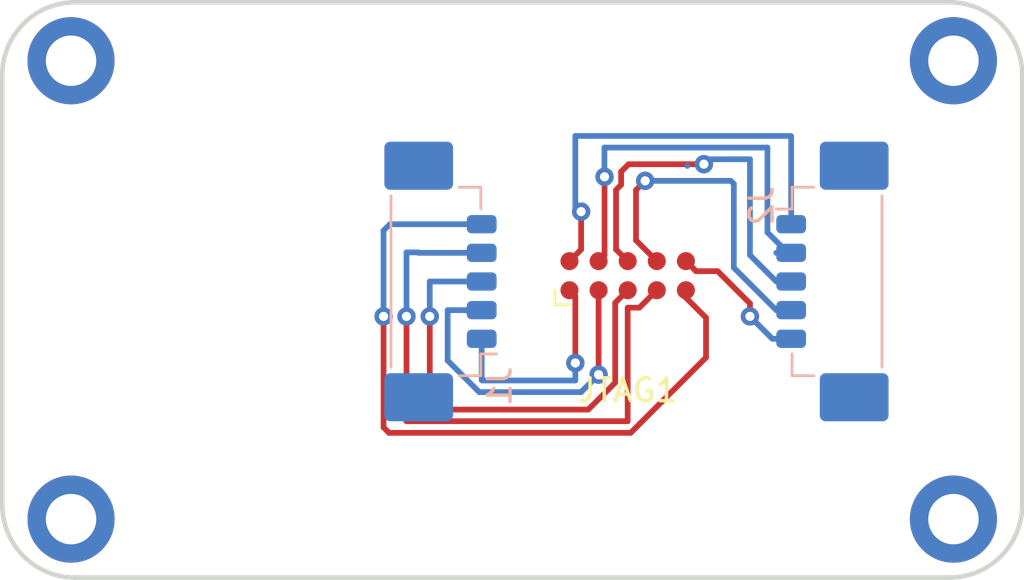
<source format=kicad_pcb>
(kicad_pcb (version 20171130) (host pcbnew "(5.1.12)-1")

  (general
    (thickness 1.6)
    (drawings 22)
    (tracks 99)
    (zones 0)
    (modules 7)
    (nets 11)
  )

  (page A4)
  (layers
    (0 F.Cu signal)
    (31 B.Cu signal)
    (32 B.Adhes user)
    (33 F.Adhes user)
    (34 B.Paste user)
    (35 F.Paste user)
    (36 B.SilkS user)
    (37 F.SilkS user)
    (38 B.Mask user)
    (39 F.Mask user)
    (40 Dwgs.User user)
    (41 Cmts.User user hide)
    (42 Eco1.User user)
    (43 Eco2.User user)
    (44 Edge.Cuts user)
    (45 Margin user)
    (46 B.CrtYd user)
    (47 F.CrtYd user)
    (48 B.Fab user hide)
    (49 F.Fab user hide)
  )

  (setup
    (last_trace_width 0.25)
    (trace_clearance 0.2)
    (zone_clearance 0.508)
    (zone_45_only no)
    (trace_min 0.2)
    (via_size 0.8)
    (via_drill 0.4)
    (via_min_size 0.4)
    (via_min_drill 0.3)
    (uvia_size 0.3)
    (uvia_drill 0.1)
    (uvias_allowed no)
    (uvia_min_size 0.2)
    (uvia_min_drill 0.1)
    (edge_width 0.05)
    (segment_width 0.2)
    (pcb_text_width 0.3)
    (pcb_text_size 1.5 1.5)
    (mod_edge_width 0.12)
    (mod_text_size 1 1)
    (mod_text_width 0.15)
    (pad_size 3.8 3.8)
    (pad_drill 0)
    (pad_to_mask_clearance 0)
    (aux_axis_origin 0 0)
    (visible_elements 7FFFFFFF)
    (pcbplotparams
      (layerselection 0x010fc_ffffffff)
      (usegerberextensions false)
      (usegerberattributes true)
      (usegerberadvancedattributes true)
      (creategerberjobfile true)
      (excludeedgelayer true)
      (linewidth 0.100000)
      (plotframeref false)
      (viasonmask false)
      (mode 1)
      (useauxorigin false)
      (hpglpennumber 1)
      (hpglpenspeed 20)
      (hpglpendiameter 15.000000)
      (psnegative false)
      (psa4output false)
      (plotreference true)
      (plotvalue true)
      (plotinvisibletext false)
      (padsonsilk false)
      (subtractmaskfromsilk false)
      (outputformat 1)
      (mirror false)
      (drillshape 0)
      (scaleselection 1)
      (outputdirectory "gerbers/"))
  )

  (net 0 "")
  (net 1 +3V3)
  (net 2 TDO-TDI)
  (net 3 TESTVPP)
  (net 4 TCK)
  (net 5 Rx)
  (net 6 GND)
  (net 7 Tx)
  (net 8 "Net-(J2-Pad1)")
  (net 9 "Net-(J2-Pad2)")
  (net 10 "Net-(J2-Pad3)")

  (net_class Default "This is the default net class."
    (clearance 0.2)
    (trace_width 0.25)
    (via_dia 0.8)
    (via_drill 0.4)
    (uvia_dia 0.3)
    (uvia_drill 0.1)
    (add_net +3V3)
    (add_net GND)
    (add_net "Net-(J2-Pad1)")
    (add_net "Net-(J2-Pad2)")
    (add_net "Net-(J2-Pad3)")
    (add_net Rx)
    (add_net TCK)
    (add_net TDO-TDI)
    (add_net TESTVPP)
    (add_net Tx)
  )

  (module MountingHole:MountingHole_2.2mm_M2_DIN965_Pad_TopBottom (layer F.Cu) (tedit 56D1B4CB) (tstamp 6447590D)
    (at 136.88568 57.56144)
    (descr "Mounting Hole 2.2mm, M2, DIN965")
    (tags "mounting hole 2.2mm m2 din965")
    (attr virtual)
    (fp_text reference "" (at 0 -2.9) (layer F.SilkS) hide
      (effects (font (size 1 1) (thickness 0.15)))
    )
    (fp_text value MountingHole_2.2mm_M2_DIN965_Pad_TopBottom (at 0 2.9) (layer F.Fab)
      (effects (font (size 1 1) (thickness 0.15)))
    )
    (fp_circle (center 0 0) (end 2.15 0) (layer F.CrtYd) (width 0.05))
    (fp_circle (center 0 0) (end 1.9 0) (layer Cmts.User) (width 0.15))
    (fp_text user %R (at 0.3 0) (layer F.Fab)
      (effects (font (size 1 1) (thickness 0.15)))
    )
    (pad 1 connect circle (at 0 0) (size 3.8 3.8) (layers B.Cu B.Mask))
    (pad 1 connect circle (at 0 0) (size 3.8 3.8) (layers F.Cu F.Mask))
    (pad 1 thru_hole circle (at 0 0) (size 2.6 2.6) (drill 2.2) (layers *.Cu *.Mask))
  )

  (module MountingHole:MountingHole_2.2mm_M2_DIN965_Pad_TopBottom (layer F.Cu) (tedit 56D1B4CB) (tstamp 6447590D)
    (at 175.385679 77.56144)
    (descr "Mounting Hole 2.2mm, M2, DIN965")
    (tags "mounting hole 2.2mm m2 din965")
    (attr virtual)
    (fp_text reference REF** (at 0 -2.9) (layer F.SilkS) hide
      (effects (font (size 1 1) (thickness 0.15)))
    )
    (fp_text value MountingHole_2.2mm_M2_DIN965_Pad_TopBottom (at 0 2.9) (layer F.Fab)
      (effects (font (size 1 1) (thickness 0.15)))
    )
    (fp_circle (center 0 0) (end 2.15 0) (layer F.CrtYd) (width 0.05))
    (fp_circle (center 0 0) (end 1.9 0) (layer Cmts.User) (width 0.15))
    (fp_text user %R (at 0.3 0) (layer F.Fab)
      (effects (font (size 1 1) (thickness 0.15)))
    )
    (pad 1 connect circle (at 0 0) (size 3.8 3.8) (layers B.Cu B.Mask))
    (pad 1 connect circle (at 0 0) (size 3.8 3.8) (layers F.Cu F.Mask))
    (pad 1 thru_hole circle (at 0 0) (size 2.6 2.6) (drill 2.2) (layers *.Cu *.Mask))
  )

  (module MountingHole:MountingHole_2.2mm_M2_DIN965_Pad_TopBottom (layer F.Cu) (tedit 56D1B4CB) (tstamp 6447590D)
    (at 175.385679 57.56144)
    (descr "Mounting Hole 2.2mm, M2, DIN965")
    (tags "mounting hole 2.2mm m2 din965")
    (attr virtual)
    (fp_text reference REF** (at 0 -2.9) (layer F.SilkS) hide
      (effects (font (size 1 1) (thickness 0.15)))
    )
    (fp_text value MountingHole_2.2mm_M2_DIN965_Pad_TopBottom (at 0 2.9) (layer F.Fab)
      (effects (font (size 1 1) (thickness 0.15)))
    )
    (fp_circle (center 0 0) (end 2.15 0) (layer F.CrtYd) (width 0.05))
    (fp_circle (center 0 0) (end 1.9 0) (layer Cmts.User) (width 0.15))
    (fp_text user %R (at 0.3 0) (layer F.Fab)
      (effects (font (size 1 1) (thickness 0.15)))
    )
    (pad 1 connect circle (at 0 0) (size 3.8 3.8) (layers B.Cu B.Mask))
    (pad 1 connect circle (at 0 0) (size 3.8 3.8) (layers F.Cu F.Mask))
    (pad 1 thru_hole circle (at 0 0) (size 2.6 2.6) (drill 2.2) (layers *.Cu *.Mask))
  )

  (module MountingHole:MountingHole_2.2mm_M2_DIN965_Pad_TopBottom (layer F.Cu) (tedit 56D1B4CB) (tstamp 64073F58)
    (at 136.88568 77.56144)
    (descr "Mounting Hole 2.2mm, M2, DIN965")
    (tags "mounting hole 2.2mm m2 din965")
    (attr virtual)
    (fp_text reference REF** (at 0 -2.9) (layer F.SilkS) hide
      (effects (font (size 1 1) (thickness 0.15)))
    )
    (fp_text value MountingHole_2.2mm_M2_DIN965_Pad_TopBottom (at 0 2.9) (layer F.Fab)
      (effects (font (size 1 1) (thickness 0.15)))
    )
    (fp_circle (center 0 0) (end 2.15 0) (layer F.CrtYd) (width 0.05))
    (fp_circle (center 0 0) (end 1.9 0) (layer Cmts.User) (width 0.15))
    (fp_text user %R (at 0.3 0) (layer F.Fab)
      (effects (font (size 1 1) (thickness 0.15)))
    )
    (pad 1 thru_hole circle (at 0 0) (size 2.6 2.6) (drill 2.2) (layers *.Cu *.Mask))
    (pad 1 connect circle (at 0 0) (size 3.8 3.8) (layers F.Cu F.Mask))
    (pad 1 connect circle (at 0 0) (size 3.8 3.8) (layers B.Cu B.Mask))
  )

  (module Connector_Molex:Molex_PicoBlade_53398-0571_1x05-1MP_P1.25mm_Vertical (layer B.Cu) (tedit 5B78AD88) (tstamp 64474E5A)
    (at 169.55516 67.19316 270)
    (descr "Molex PicoBlade series connector, 53398-0571 (http://www.molex.com/pdm_docs/sd/533980271_sd.pdf), generated with kicad-footprint-generator")
    (tags "connector Molex PicoBlade side entry")
    (path /642242F1)
    (attr smd)
    (fp_text reference J2 (at -3.302 2.54 270) (layer B.SilkS)
      (effects (font (size 1 1) (thickness 0.15)) (justify mirror))
    )
    (fp_text value Conn_01x05_Male (at 0 -4.2 270) (layer B.Fab)
      (effects (font (size 1 1) (thickness 0.15)) (justify mirror))
    )
    (fp_line (start -2.5 0.392893) (end -2 1.1) (layer B.Fab) (width 0.1))
    (fp_line (start -3 1.1) (end -2.5 0.392893) (layer B.Fab) (width 0.1))
    (fp_line (start 6.6 2.4) (end -6.6 2.4) (layer B.CrtYd) (width 0.05))
    (fp_line (start 6.6 -3.5) (end 6.6 2.4) (layer B.CrtYd) (width 0.05))
    (fp_line (start -6.6 -3.5) (end 6.6 -3.5) (layer B.CrtYd) (width 0.05))
    (fp_line (start -6.6 2.4) (end -6.6 -3.5) (layer B.CrtYd) (width 0.05))
    (fp_line (start 5.5 0.2) (end 4 0.2) (layer B.Fab) (width 0.1))
    (fp_line (start 5.5 -0.4) (end 5.5 0.2) (layer B.Fab) (width 0.1))
    (fp_line (start 5.7 -0.6) (end 5.5 -0.4) (layer B.Fab) (width 0.1))
    (fp_line (start 5.7 -2.4) (end 5.7 -0.6) (layer B.Fab) (width 0.1))
    (fp_line (start 5.5 -2.6) (end 5.7 -2.4) (layer B.Fab) (width 0.1))
    (fp_line (start 4 -2.6) (end 5.5 -2.6) (layer B.Fab) (width 0.1))
    (fp_line (start -5.5 0.2) (end -4 0.2) (layer B.Fab) (width 0.1))
    (fp_line (start -5.5 -0.4) (end -5.5 0.2) (layer B.Fab) (width 0.1))
    (fp_line (start -5.7 -0.6) (end -5.5 -0.4) (layer B.Fab) (width 0.1))
    (fp_line (start -5.7 -2.4) (end -5.7 -0.6) (layer B.Fab) (width 0.1))
    (fp_line (start -5.5 -2.6) (end -5.7 -2.4) (layer B.Fab) (width 0.1))
    (fp_line (start -4 -2.6) (end -5.5 -2.6) (layer B.Fab) (width 0.1))
    (fp_line (start 2.65 -1.225) (end 2.35 -1.225) (layer B.Fab) (width 0.1))
    (fp_line (start 2.65 -1.825) (end 2.65 -1.225) (layer B.Fab) (width 0.1))
    (fp_line (start 2.35 -1.825) (end 2.65 -1.825) (layer B.Fab) (width 0.1))
    (fp_line (start 2.35 -1.225) (end 2.35 -1.825) (layer B.Fab) (width 0.1))
    (fp_line (start 1.4 -1.225) (end 1.1 -1.225) (layer B.Fab) (width 0.1))
    (fp_line (start 1.4 -1.825) (end 1.4 -1.225) (layer B.Fab) (width 0.1))
    (fp_line (start 1.1 -1.825) (end 1.4 -1.825) (layer B.Fab) (width 0.1))
    (fp_line (start 1.1 -1.225) (end 1.1 -1.825) (layer B.Fab) (width 0.1))
    (fp_line (start 0.15 -1.225) (end -0.15 -1.225) (layer B.Fab) (width 0.1))
    (fp_line (start 0.15 -1.825) (end 0.15 -1.225) (layer B.Fab) (width 0.1))
    (fp_line (start -0.15 -1.825) (end 0.15 -1.825) (layer B.Fab) (width 0.1))
    (fp_line (start -0.15 -1.225) (end -0.15 -1.825) (layer B.Fab) (width 0.1))
    (fp_line (start -1.1 -1.225) (end -1.4 -1.225) (layer B.Fab) (width 0.1))
    (fp_line (start -1.1 -1.825) (end -1.1 -1.225) (layer B.Fab) (width 0.1))
    (fp_line (start -1.4 -1.825) (end -1.1 -1.825) (layer B.Fab) (width 0.1))
    (fp_line (start -1.4 -1.225) (end -1.4 -1.825) (layer B.Fab) (width 0.1))
    (fp_line (start -2.35 -1.225) (end -2.65 -1.225) (layer B.Fab) (width 0.1))
    (fp_line (start -2.35 -1.825) (end -2.35 -1.225) (layer B.Fab) (width 0.1))
    (fp_line (start -2.65 -1.825) (end -2.35 -1.825) (layer B.Fab) (width 0.1))
    (fp_line (start -2.65 -1.225) (end -2.65 -1.825) (layer B.Fab) (width 0.1))
    (fp_line (start 4 1.1) (end 4 -2.6) (layer B.Fab) (width 0.1))
    (fp_line (start -4 1.1) (end -4 -2.6) (layer B.Fab) (width 0.1))
    (fp_line (start -4 -2.6) (end 4 -2.6) (layer B.Fab) (width 0.1))
    (fp_line (start -3.74 -2.71) (end 3.74 -2.71) (layer B.SilkS) (width 0.12))
    (fp_line (start 4.11 1.21) (end 3.16 1.21) (layer B.SilkS) (width 0.12))
    (fp_line (start 4.11 0.26) (end 4.11 1.21) (layer B.SilkS) (width 0.12))
    (fp_line (start -3.16 1.21) (end -3.16 1.9) (layer B.SilkS) (width 0.12))
    (fp_line (start -4.11 1.21) (end -3.16 1.21) (layer B.SilkS) (width 0.12))
    (fp_line (start -4.11 0.26) (end -4.11 1.21) (layer B.SilkS) (width 0.12))
    (fp_line (start -4 1.1) (end 4 1.1) (layer B.Fab) (width 0.1))
    (fp_text user %R (at 0 -0.4 270) (layer B.Fab)
      (effects (font (size 1 1) (thickness 0.15)) (justify mirror))
    )
    (pad MP smd roundrect (at 5.05 -1.5 270) (size 2.1 3) (layers B.Cu B.Paste B.Mask) (roundrect_rratio 0.119047619047619))
    (pad MP smd roundrect (at -5.05 -1.5 270) (size 2.1 3) (layers B.Cu B.Paste B.Mask) (roundrect_rratio 0.119047619047619))
    (pad 5 smd roundrect (at 2.5 1.25 270) (size 0.8 1.3) (layers B.Cu B.Paste B.Mask) (roundrect_rratio 0.25)
      (net 6 GND))
    (pad 4 smd roundrect (at 1.25 1.25 270) (size 0.8 1.3) (layers B.Cu B.Paste B.Mask) (roundrect_rratio 0.25)
      (net 7 Tx))
    (pad 3 smd roundrect (at 0 1.25 270) (size 0.8 1.3) (layers B.Cu B.Paste B.Mask) (roundrect_rratio 0.25)
      (net 10 "Net-(J2-Pad3)"))
    (pad 2 smd roundrect (at -1.25 1.25 270) (size 0.8 1.3) (layers B.Cu B.Paste B.Mask) (roundrect_rratio 0.25)
      (net 9 "Net-(J2-Pad2)"))
    (pad 1 smd roundrect (at -2.5 1.25 270) (size 0.8 1.3) (layers B.Cu B.Paste B.Mask) (roundrect_rratio 0.25)
      (net 8 "Net-(J2-Pad1)"))
    (model ${KISYS3DMOD}/Connector_Molex.3dshapes/Molex_PicoBlade_53398-0571_1x05-1MP_P1.25mm_Vertical.wrl
      (at (xyz 0 0 0))
      (scale (xyz 1 1 1))
      (rotate (xyz 0 0 0))
    )
  )

  (module Connector:Tag-Connect_TC2050-IDC-FP_2x05_P1.27mm_Vertical (layer F.Cu) (tedit 5A29CEC3) (tstamp 64474EF9)
    (at 161.17316 66.93916)
    (descr "Tag-Connect programming header; http://www.tag-connect.com/Materials/TC2050-IDC-430%20Datasheet.pdf")
    (tags "tag connect programming header pogo pins")
    (path /64069224)
    (attr virtual)
    (fp_text reference JTAG1 (at 0 5) (layer F.SilkS)
      (effects (font (size 1 1) (thickness 0.15)))
    )
    (fp_text value Conn_02x05_Odd_Even (at 0 -4.8) (layer F.Fab)
      (effects (font (size 1 1) (thickness 0.15)))
    )
    (fp_line (start -3.175 1.27) (end -3.175 0.635) (layer F.SilkS) (width 0.12))
    (fp_line (start -2.54 1.27) (end -3.175 1.27) (layer F.SilkS) (width 0.12))
    (fp_line (start -5.5 4.25) (end -5.5 -4.25) (layer F.CrtYd) (width 0.05))
    (fp_line (start 4.75 4.25) (end -5.5 4.25) (layer F.CrtYd) (width 0.05))
    (fp_line (start 4.75 -4.25) (end 4.75 4.25) (layer F.CrtYd) (width 0.05))
    (fp_line (start -5.5 -4.25) (end 4.75 -4.25) (layer F.CrtYd) (width 0.05))
    (fp_line (start -2.54 0.635) (end -2.54 -0.635) (layer Dwgs.User) (width 0.1))
    (fp_line (start 2.54 0.635) (end -2.54 0.635) (layer Dwgs.User) (width 0.1))
    (fp_line (start 2.54 -0.635) (end 2.54 0.635) (layer Dwgs.User) (width 0.1))
    (fp_line (start -2.54 -0.635) (end 2.54 -0.635) (layer Dwgs.User) (width 0.1))
    (fp_line (start -2.54 0.635) (end -1.27 -0.635) (layer Dwgs.User) (width 0.1))
    (fp_line (start -2.54 0) (end -1.905 -0.635) (layer Dwgs.User) (width 0.1))
    (fp_line (start -1.905 0.635) (end -0.635 -0.635) (layer Dwgs.User) (width 0.1))
    (fp_line (start -1.27 0.635) (end 0 -0.635) (layer Dwgs.User) (width 0.1))
    (fp_line (start 1.905 0.635) (end 2.54 0) (layer Dwgs.User) (width 0.1))
    (fp_line (start -0.635 0.635) (end 0.635 -0.635) (layer Dwgs.User) (width 0.1))
    (fp_line (start 0 0.635) (end 1.27 -0.635) (layer Dwgs.User) (width 0.1))
    (fp_line (start 0.635 0.635) (end 1.905 -0.635) (layer Dwgs.User) (width 0.1))
    (fp_line (start 1.27 0.635) (end 2.54 -0.635) (layer Dwgs.User) (width 0.1))
    (fp_text user KEEPOUT (at 0 0) (layer Cmts.User)
      (effects (font (size 0.4 0.4) (thickness 0.07)))
    )
    (fp_text user %R (at 0 0) (layer F.Fab)
      (effects (font (size 1 1) (thickness 0.15)))
    )
    (pad "" np_thru_hole circle (at 1.905 -2.54) (size 2.3749 2.3749) (drill 2.3749) (layers *.Cu *.Mask))
    (pad "" np_thru_hole circle (at 1.905 2.54) (size 2.3749 2.3749) (drill 2.3749) (layers *.Cu *.Mask))
    (pad "" np_thru_hole circle (at -3.81 2.54) (size 2.3749 2.3749) (drill 2.3749) (layers *.Cu *.Mask))
    (pad "" np_thru_hole circle (at -3.81 -2.54) (size 2.3749 2.3749) (drill 2.3749) (layers *.Cu *.Mask))
    (pad 10 connect circle (at -2.54 -0.635) (size 0.7874 0.7874) (layers F.Cu F.Mask)
      (net 8 "Net-(J2-Pad1)"))
    (pad 9 connect circle (at -1.27 -0.635) (size 0.7874 0.7874) (layers F.Cu F.Mask)
      (net 9 "Net-(J2-Pad2)"))
    (pad 8 connect circle (at 0 -0.635) (size 0.7874 0.7874) (layers F.Cu F.Mask)
      (net 10 "Net-(J2-Pad3)"))
    (pad 7 connect circle (at 1.27 -0.635) (size 0.7874 0.7874) (layers F.Cu F.Mask)
      (net 7 Tx))
    (pad 6 connect circle (at 2.54 -0.635) (size 0.7874 0.7874) (layers F.Cu F.Mask)
      (net 6 GND))
    (pad 5 connect circle (at 2.54 0.635) (size 0.7874 0.7874) (layers F.Cu F.Mask)
      (net 5 Rx))
    (pad 4 connect circle (at 1.27 0.635) (size 0.7874 0.7874) (layers F.Cu F.Mask)
      (net 4 TCK))
    (pad 3 connect circle (at 0 0.635) (size 0.7874 0.7874) (layers F.Cu F.Mask)
      (net 3 TESTVPP))
    (pad 2 connect circle (at -1.27 0.635) (size 0.7874 0.7874) (layers F.Cu F.Mask)
      (net 2 TDO-TDI))
    (pad 1 connect circle (at -2.54 0.635) (size 0.7874 0.7874) (layers F.Cu F.Mask)
      (net 1 +3V3))
    (pad "" np_thru_hole circle (at -3.81 0) (size 0.9906 0.9906) (drill 0.9906) (layers *.Cu *.Mask))
    (pad "" np_thru_hole circle (at 3.81 1.016) (size 0.9906 0.9906) (drill 0.9906) (layers *.Cu *.Mask))
    (pad "" np_thru_hole circle (at 3.81 -1.016) (size 0.9906 0.9906) (drill 0.9906) (layers *.Cu *.Mask))
  )

  (module Connector_Molex:Molex_PicoBlade_53398-0571_1x05-1MP_P1.25mm_Vertical (layer B.Cu) (tedit 5B78AD88) (tstamp 64474DA9)
    (at 153.55316 67.19316 90)
    (descr "Molex PicoBlade series connector, 53398-0571 (http://www.molex.com/pdm_docs/sd/533980271_sd.pdf), generated with kicad-footprint-generator")
    (tags "connector Molex PicoBlade side entry")
    (path /642236AC)
    (attr smd)
    (fp_text reference J1 (at -4.572 2.032 -90) (layer B.SilkS)
      (effects (font (size 1 1) (thickness 0.15)) (justify mirror))
    )
    (fp_text value Conn_01x05_Male (at 0 -4.2 -90) (layer B.Fab)
      (effects (font (size 1 1) (thickness 0.15)) (justify mirror))
    )
    (fp_line (start -4 1.1) (end 4 1.1) (layer B.Fab) (width 0.1))
    (fp_line (start -4.11 0.26) (end -4.11 1.21) (layer B.SilkS) (width 0.12))
    (fp_line (start -4.11 1.21) (end -3.16 1.21) (layer B.SilkS) (width 0.12))
    (fp_line (start -3.16 1.21) (end -3.16 1.9) (layer B.SilkS) (width 0.12))
    (fp_line (start 4.11 0.26) (end 4.11 1.21) (layer B.SilkS) (width 0.12))
    (fp_line (start 4.11 1.21) (end 3.16 1.21) (layer B.SilkS) (width 0.12))
    (fp_line (start -3.74 -2.71) (end 3.74 -2.71) (layer B.SilkS) (width 0.12))
    (fp_line (start -4 -2.6) (end 4 -2.6) (layer B.Fab) (width 0.1))
    (fp_line (start -4 1.1) (end -4 -2.6) (layer B.Fab) (width 0.1))
    (fp_line (start 4 1.1) (end 4 -2.6) (layer B.Fab) (width 0.1))
    (fp_line (start -2.65 -1.225) (end -2.65 -1.825) (layer B.Fab) (width 0.1))
    (fp_line (start -2.65 -1.825) (end -2.35 -1.825) (layer B.Fab) (width 0.1))
    (fp_line (start -2.35 -1.825) (end -2.35 -1.225) (layer B.Fab) (width 0.1))
    (fp_line (start -2.35 -1.225) (end -2.65 -1.225) (layer B.Fab) (width 0.1))
    (fp_line (start -1.4 -1.225) (end -1.4 -1.825) (layer B.Fab) (width 0.1))
    (fp_line (start -1.4 -1.825) (end -1.1 -1.825) (layer B.Fab) (width 0.1))
    (fp_line (start -1.1 -1.825) (end -1.1 -1.225) (layer B.Fab) (width 0.1))
    (fp_line (start -1.1 -1.225) (end -1.4 -1.225) (layer B.Fab) (width 0.1))
    (fp_line (start -0.15 -1.225) (end -0.15 -1.825) (layer B.Fab) (width 0.1))
    (fp_line (start -0.15 -1.825) (end 0.15 -1.825) (layer B.Fab) (width 0.1))
    (fp_line (start 0.15 -1.825) (end 0.15 -1.225) (layer B.Fab) (width 0.1))
    (fp_line (start 0.15 -1.225) (end -0.15 -1.225) (layer B.Fab) (width 0.1))
    (fp_line (start 1.1 -1.225) (end 1.1 -1.825) (layer B.Fab) (width 0.1))
    (fp_line (start 1.1 -1.825) (end 1.4 -1.825) (layer B.Fab) (width 0.1))
    (fp_line (start 1.4 -1.825) (end 1.4 -1.225) (layer B.Fab) (width 0.1))
    (fp_line (start 1.4 -1.225) (end 1.1 -1.225) (layer B.Fab) (width 0.1))
    (fp_line (start 2.35 -1.225) (end 2.35 -1.825) (layer B.Fab) (width 0.1))
    (fp_line (start 2.35 -1.825) (end 2.65 -1.825) (layer B.Fab) (width 0.1))
    (fp_line (start 2.65 -1.825) (end 2.65 -1.225) (layer B.Fab) (width 0.1))
    (fp_line (start 2.65 -1.225) (end 2.35 -1.225) (layer B.Fab) (width 0.1))
    (fp_line (start -4 -2.6) (end -5.5 -2.6) (layer B.Fab) (width 0.1))
    (fp_line (start -5.5 -2.6) (end -5.7 -2.4) (layer B.Fab) (width 0.1))
    (fp_line (start -5.7 -2.4) (end -5.7 -0.6) (layer B.Fab) (width 0.1))
    (fp_line (start -5.7 -0.6) (end -5.5 -0.4) (layer B.Fab) (width 0.1))
    (fp_line (start -5.5 -0.4) (end -5.5 0.2) (layer B.Fab) (width 0.1))
    (fp_line (start -5.5 0.2) (end -4 0.2) (layer B.Fab) (width 0.1))
    (fp_line (start 4 -2.6) (end 5.5 -2.6) (layer B.Fab) (width 0.1))
    (fp_line (start 5.5 -2.6) (end 5.7 -2.4) (layer B.Fab) (width 0.1))
    (fp_line (start 5.7 -2.4) (end 5.7 -0.6) (layer B.Fab) (width 0.1))
    (fp_line (start 5.7 -0.6) (end 5.5 -0.4) (layer B.Fab) (width 0.1))
    (fp_line (start 5.5 -0.4) (end 5.5 0.2) (layer B.Fab) (width 0.1))
    (fp_line (start 5.5 0.2) (end 4 0.2) (layer B.Fab) (width 0.1))
    (fp_line (start -6.6 2.4) (end -6.6 -3.5) (layer B.CrtYd) (width 0.05))
    (fp_line (start -6.6 -3.5) (end 6.6 -3.5) (layer B.CrtYd) (width 0.05))
    (fp_line (start 6.6 -3.5) (end 6.6 2.4) (layer B.CrtYd) (width 0.05))
    (fp_line (start 6.6 2.4) (end -6.6 2.4) (layer B.CrtYd) (width 0.05))
    (fp_line (start -3 1.1) (end -2.5 0.392893) (layer B.Fab) (width 0.1))
    (fp_line (start -2.5 0.392893) (end -2 1.1) (layer B.Fab) (width 0.1))
    (fp_text user %R (at 0 -0.4 -90) (layer B.Fab)
      (effects (font (size 1 1) (thickness 0.15)) (justify mirror))
    )
    (pad 1 smd roundrect (at -2.5 1.25 90) (size 0.8 1.3) (layers B.Cu B.Paste B.Mask) (roundrect_rratio 0.25)
      (net 1 +3V3))
    (pad 2 smd roundrect (at -1.25 1.25 90) (size 0.8 1.3) (layers B.Cu B.Paste B.Mask) (roundrect_rratio 0.25)
      (net 2 TDO-TDI))
    (pad 3 smd roundrect (at 0 1.25 90) (size 0.8 1.3) (layers B.Cu B.Paste B.Mask) (roundrect_rratio 0.25)
      (net 3 TESTVPP))
    (pad 4 smd roundrect (at 1.25 1.25 90) (size 0.8 1.3) (layers B.Cu B.Paste B.Mask) (roundrect_rratio 0.25)
      (net 4 TCK))
    (pad 5 smd roundrect (at 2.5 1.25 90) (size 0.8 1.3) (layers B.Cu B.Paste B.Mask) (roundrect_rratio 0.25)
      (net 5 Rx))
    (pad MP smd roundrect (at -5.05 -1.5 90) (size 2.1 3) (layers B.Cu B.Paste B.Mask) (roundrect_rratio 0.119047619047619))
    (pad MP smd roundrect (at 5.05 -1.5 90) (size 2.1 3) (layers B.Cu B.Paste B.Mask) (roundrect_rratio 0.119047619047619))
    (model ${KISYS3DMOD}/Connector_Molex.3dshapes/Molex_PicoBlade_53398-0571_1x05-1MP_P1.25mm_Vertical.wrl
      (at (xyz 0 0 0))
      (scale (xyz 1 1 1))
      (rotate (xyz 0 0 0))
    )
  )

  (gr_line (start 151.57916 60.53516) (end 171.07916 60.53516) (layer Dwgs.User) (width 0.2) (tstamp 64474F76))
  (gr_arc (start 170.885679 73.06144) (end 170.885679 75.56144) (angle -90) (layer Dwgs.User) (width 0.2))
  (gr_line (start 170.885679 75.56144) (end 152.235679 75.56144) (layer Dwgs.User) (width 0.2))
  (gr_line (start 173.385679 62.06144) (end 173.385679 73.06144) (layer Dwgs.User) (width 0.2))
  (gr_arc (start 152.235679 73.06144) (end 149.735679 73.06144) (angle -90) (layer Dwgs.User) (width 0.2))
  (gr_line (start 149.735679 73.06144) (end 149.735679 62.06144) (layer Dwgs.User) (width 0.2))
  (gr_arc (start 152.235679 62.06144) (end 152.235679 59.56144) (angle -90) (layer Dwgs.User) (width 0.2) (tstamp 64474D6C))
  (gr_line (start 152.235679 59.56144) (end 170.885679 59.56144) (layer Dwgs.User) (width 0.2))
  (gr_arc (start 170.885679 62.06144) (end 173.385679 62.06144) (angle -90) (layer Dwgs.User) (width 0.2))
  (gr_arc (start 175.210679 58.18644) (end 178.385679 58.18644) (angle -90) (layer Edge.Cuts) (width 0.2))
  (gr_arc (start 137.06068 58.18644) (end 137.06068 55.01144) (angle -90) (layer Edge.Cuts) (width 0.2))
  (gr_line (start 133.88568 58.18644) (end 133.88568 76.93644) (layer Edge.Cuts) (width 0.2))
  (gr_line (start 137.06068 80.11144) (end 175.210679 80.11144) (layer Edge.Cuts) (width 0.2))
  (gr_line (start 175.210679 55.01144) (end 137.06068 55.01144) (layer Edge.Cuts) (width 0.2))
  (gr_line (start 178.385679 76.93644) (end 178.385679 58.18644) (layer Edge.Cuts) (width 0.2))
  (gr_arc (start 175.210679 76.93644) (end 175.210679 80.11144) (angle -90) (layer Edge.Cuts) (width 0.2))
  (gr_arc (start 137.06068 76.93644) (end 133.88568 76.93644) (angle -90) (layer Edge.Cuts) (width 0.2))
  (gr_line (start 151.57916 73.03516) (end 151.57916 60.53516) (layer Dwgs.User) (width 0.2) (tstamp 64475081))
  (gr_line (start 171.07916 73.03516) (end 151.57916 73.03516) (layer Dwgs.User) (width 0.2) (tstamp 64474F6A))
  (gr_circle (center 151.57916 73.03516) (end 152.82916 73.03516) (layer Dwgs.User) (width 0.2) (tstamp 64474F6D))
  (gr_circle (center 171.07916 73.03516) (end 172.32916 73.03516) (layer Dwgs.User) (width 0.2) (tstamp 64474F70))
  (gr_line (start 171.07916 73.03516) (end 171.07916 60.53516) (layer Dwgs.User) (width 0.2) (tstamp 64474F73))

  (segment (start 162.512907 64.075413) (end 162.512907 64.329413) (width 0.25) (layer F.Cu) (net 0) (tstamp 64474F9D))
  (segment (start 163.77591 62.150159) (end 163.775909 62.15016) (width 0.25) (layer B.Cu) (net 0) (tstamp 64474FBB))
  (segment (start 154.82316 71.51116) (end 158.88716 71.51116) (width 0.25) (layer B.Cu) (net 1) (tstamp 64474FAF))
  (segment (start 154.80316 71.49116) (end 154.82316 71.51116) (width 0.25) (layer B.Cu) (net 1) (tstamp 64474F8B))
  (segment (start 154.80316 69.69316) (end 154.80316 71.49116) (width 0.25) (layer B.Cu) (net 1) (tstamp 64474F7F))
  (segment (start 158.88716 71.51116) (end 158.88716 71.29416) (width 0.25) (layer B.Cu) (net 1) (tstamp 64474F97))
  (via (at 158.88716 70.74916) (size 0.8) (drill 0.4) (layers F.Cu B.Cu) (net 1) (tstamp 64474F5B))
  (segment (start 158.88716 71.29416) (end 158.88716 70.74916) (width 0.25) (layer B.Cu) (net 1) (tstamp 64474FA3))
  (segment (start 158.88716 67.82816) (end 158.63316 67.57416) (width 0.25) (layer F.Cu) (net 1) (tstamp 64474FB8))
  (segment (start 158.88716 70.74916) (end 158.88716 67.82816) (width 0.25) (layer F.Cu) (net 1) (tstamp 64474FB5))
  (segment (start 154.15316 68.44316) (end 154.13316 68.46316) (width 0.25) (layer B.Cu) (net 2) (tstamp 64474FB2))
  (segment (start 154.80316 68.44316) (end 154.15316 68.44316) (width 0.25) (layer B.Cu) (net 2) (tstamp 64474FAC))
  (segment (start 154.80316 68.44316) (end 153.31916 68.44316) (width 0.25) (layer B.Cu) (net 2) (tstamp 64474F88))
  (segment (start 154.69475 72.01916) (end 159.14116 72.01916) (width 0.25) (layer B.Cu) (net 2) (tstamp 64474F91))
  (segment (start 153.31916 70.64357) (end 154.69475 72.01916) (width 0.25) (layer B.Cu) (net 2) (tstamp 64474FA9))
  (segment (start 153.31916 68.44316) (end 153.31916 70.64357) (width 0.25) (layer B.Cu) (net 2) (tstamp 64474F8E))
  (via (at 159.90316 71.25716) (size 0.8) (drill 0.4) (layers F.Cu B.Cu) (net 2) (tstamp 64474F5E))
  (segment (start 159.14116 72.01916) (end 159.90316 71.25716) (width 0.25) (layer B.Cu) (net 2) (tstamp 64474FA6))
  (segment (start 159.90316 71.25716) (end 159.90316 67.57416) (width 0.25) (layer F.Cu) (net 2) (tstamp 64474F85))
  (segment (start 154.80316 67.19316) (end 152.53716 67.19316) (width 0.25) (layer B.Cu) (net 3) (tstamp 64474F82))
  (via (at 152.53716 68.71716) (size 0.8) (drill 0.4) (layers F.Cu B.Cu) (net 3) (tstamp 64474F4C))
  (segment (start 152.53716 67.19316) (end 152.53716 68.71716) (width 0.25) (layer B.Cu) (net 3) (tstamp 64474FA0))
  (segment (start 160.628161 68.119159) (end 161.17316 67.57416) (width 0.25) (layer F.Cu) (net 3) (tstamp 64474F9A))
  (segment (start 159.452162 72.78116) (end 160.628161 71.605161) (width 0.25) (layer F.Cu) (net 3) (tstamp 64474F94))
  (segment (start 152.79116 72.78116) (end 159.452162 72.78116) (width 0.25) (layer F.Cu) (net 3) (tstamp 64474F7C))
  (segment (start 152.53716 72.52716) (end 152.79116 72.78116) (width 0.25) (layer F.Cu) (net 3) (tstamp 64474F79))
  (segment (start 160.628161 71.605161) (end 160.628161 68.119159) (width 0.25) (layer F.Cu) (net 3) (tstamp 6447507E))
  (segment (start 152.53716 68.71716) (end 152.53716 72.52716) (width 0.25) (layer F.Cu) (net 3) (tstamp 64475072))
  (segment (start 154.80316 65.94316) (end 152.04916 65.94316) (width 0.25) (layer B.Cu) (net 4) (tstamp 64475003))
  (segment (start 152.04916 65.94316) (end 152.02916 65.92316) (width 0.25) (layer B.Cu) (net 4) (tstamp 64475024))
  (segment (start 152.02916 65.92316) (end 151.52116 65.92316) (width 0.25) (layer B.Cu) (net 4) (tstamp 64475078))
  (via (at 151.52116 68.71716) (size 0.8) (drill 0.4) (layers F.Cu B.Cu) (net 4) (tstamp 64474F58))
  (segment (start 151.52116 65.92316) (end 151.52116 68.71716) (width 0.25) (layer B.Cu) (net 4) (tstamp 64475000))
  (segment (start 151.52116 68.71716) (end 151.52116 73.28916) (width 0.25) (layer F.Cu) (net 4) (tstamp 6447505A))
  (segment (start 151.52116 73.28916) (end 161.17316 73.28916) (width 0.25) (layer F.Cu) (net 4) (tstamp 64475063))
  (segment (start 161.17316 73.28916) (end 161.17316 68.33616) (width 0.25) (layer F.Cu) (net 4) (tstamp 64475042))
  (segment (start 161.68116 68.33616) (end 162.44316 67.57416) (width 0.25) (layer F.Cu) (net 4) (tstamp 6447502D))
  (segment (start 161.17316 68.33616) (end 161.68116 68.33616) (width 0.25) (layer F.Cu) (net 4) (tstamp 64475021))
  (segment (start 154.80316 64.69316) (end 150.79916 64.69316) (width 0.25) (layer B.Cu) (net 5) (tstamp 6447501E))
  (via (at 150.521157 68.71716) (size 0.8) (drill 0.4) (layers F.Cu B.Cu) (net 5) (tstamp 64474F4F))
  (segment (start 150.521157 64.971163) (end 150.521157 68.71716) (width 0.25) (layer B.Cu) (net 5) (tstamp 64475027))
  (segment (start 150.79916 64.69316) (end 150.521157 64.971163) (width 0.25) (layer B.Cu) (net 5) (tstamp 64474FFD))
  (segment (start 163.71316 67.89801) (end 163.71316 67.57416) (width 0.25) (layer F.Cu) (net 5) (tstamp 6447500C))
  (segment (start 164.590611 68.775461) (end 163.71316 67.89801) (width 0.25) (layer F.Cu) (net 5) (tstamp 64475033))
  (segment (start 164.590611 70.508119) (end 164.590611 68.775461) (width 0.25) (layer F.Cu) (net 5) (tstamp 6447503F))
  (segment (start 161.30157 73.79716) (end 164.590611 70.508119) (width 0.25) (layer F.Cu) (net 5) (tstamp 6447503C))
  (segment (start 150.521157 73.559157) (end 150.75916 73.79716) (width 0.25) (layer F.Cu) (net 5) (tstamp 6447502A))
  (segment (start 150.75916 73.79716) (end 161.30157 73.79716) (width 0.25) (layer F.Cu) (net 5) (tstamp 64474806))
  (segment (start 150.521157 68.71716) (end 150.521157 73.559157) (width 0.25) (layer F.Cu) (net 5) (tstamp 6447506F))
  (via (at 166.50716 68.71716) (size 0.8) (drill 0.4) (layers F.Cu B.Cu) (net 6) (tstamp 64474F67))
  (segment (start 167.48316 69.69316) (end 166.50716 68.71716) (width 0.25) (layer B.Cu) (net 6) (tstamp 64475066))
  (segment (start 168.30516 69.69316) (end 167.48316 69.69316) (width 0.25) (layer B.Cu) (net 6) (tstamp 64474FFA))
  (segment (start 164.152461 66.743461) (end 163.71316 66.30416) (width 0.25) (layer F.Cu) (net 6) (tstamp 64475018))
  (segment (start 165.099146 66.743461) (end 164.152461 66.743461) (width 0.25) (layer F.Cu) (net 6) (tstamp 64475075))
  (segment (start 166.50716 68.151475) (end 165.099146 66.743461) (width 0.25) (layer F.Cu) (net 6) (tstamp 6447500F))
  (segment (start 166.50716 68.71716) (end 166.50716 68.151475) (width 0.25) (layer F.Cu) (net 6) (tstamp 64475054))
  (segment (start 168.30516 68.44316) (end 167.741206 68.44316) (width 0.25) (layer B.Cu) (net 7) (tstamp 6447501B))
  (segment (start 165.803461 66.591461) (end 165.803461 62.933461) (width 0.25) (layer B.Cu) (net 7) (tstamp 64475006))
  (segment (start 167.65516 68.44316) (end 165.803461 66.591461) (width 0.25) (layer B.Cu) (net 7) (tstamp 64475015))
  (segment (start 168.30516 68.44316) (end 167.65516 68.44316) (width 0.25) (layer B.Cu) (net 7) (tstamp 64475012))
  (segment (start 165.67116 62.80116) (end 161.93516 62.80116) (width 0.25) (layer B.Cu) (net 7) (tstamp 64475057))
  (via (at 161.93516 62.80116) (size 0.8) (drill 0.4) (layers F.Cu B.Cu) (net 7) (tstamp 64474F55))
  (segment (start 165.803461 62.933461) (end 165.67116 62.80116) (width 0.25) (layer B.Cu) (net 7) (tstamp 64475009))
  (segment (start 161.535161 63.201159) (end 161.535161 65.396161) (width 0.25) (layer F.Cu) (net 7) (tstamp 64475039))
  (segment (start 161.535161 65.396161) (end 162.44316 66.30416) (width 0.25) (layer F.Cu) (net 7) (tstamp 6447506C))
  (segment (start 161.93516 62.80116) (end 161.535161 63.201159) (width 0.25) (layer F.Cu) (net 7) (tstamp 64474FF7))
  (via (at 159.14116 64.14516) (size 0.8) (drill 0.4) (layers F.Cu B.Cu) (net 8) (tstamp 64474F52))
  (segment (start 159.14116 65.79616) (end 158.63316 66.30416) (width 0.25) (layer F.Cu) (net 8) (tstamp 6447507B))
  (segment (start 159.14116 64.14516) (end 159.14116 65.79616) (width 0.25) (layer F.Cu) (net 8) (tstamp 64475069))
  (segment (start 158.88716 63.89116) (end 159.14116 64.14516) (width 0.25) (layer B.Cu) (net 8) (tstamp 64475036))
  (segment (start 168.28516 60.84316) (end 158.88716 60.84316) (width 0.25) (layer B.Cu) (net 8) (tstamp 64475060))
  (segment (start 168.30516 60.86316) (end 168.28516 60.84316) (width 0.25) (layer B.Cu) (net 8) (tstamp 6447505D))
  (segment (start 158.88716 60.84316) (end 158.88716 63.89116) (width 0.25) (layer B.Cu) (net 8) (tstamp 64475030))
  (segment (start 168.30516 64.69316) (end 168.30516 60.86316) (width 0.25) (layer B.Cu) (net 8) (tstamp 64475051))
  (segment (start 168.30516 65.94316) (end 167.65516 65.94316) (width 0.25) (layer B.Cu) (net 9) (tstamp 6447504E))
  (via (at 160.161813 62.625813) (size 0.8) (drill 0.4) (layers F.Cu B.Cu) (net 9) (tstamp 64474F64))
  (segment (start 160.161813 66.045507) (end 159.90316 66.30416) (width 0.25) (layer F.Cu) (net 9) (tstamp 6447504B))
  (segment (start 160.161813 62.625813) (end 160.161813 66.045507) (width 0.25) (layer F.Cu) (net 9) (tstamp 64475048))
  (segment (start 160.15716 62.62116) (end 160.161813 62.625813) (width 0.25) (layer B.Cu) (net 9) (tstamp 64475045))
  (segment (start 160.15716 61.35116) (end 160.15716 62.62116) (width 0.25) (layer B.Cu) (net 9) (tstamp 64474FF1))
  (segment (start 167.26916 61.35116) (end 160.15716 61.35116) (width 0.25) (layer B.Cu) (net 9) (tstamp 64474FEE))
  (segment (start 168.162682 65.94316) (end 167.26916 65.049638) (width 0.25) (layer B.Cu) (net 9) (tstamp 64474FEB))
  (segment (start 167.26916 65.049638) (end 167.26916 61.35116) (width 0.25) (layer B.Cu) (net 9) (tstamp 64474FD9))
  (segment (start 168.30516 65.94316) (end 168.162682 65.94316) (width 0.25) (layer B.Cu) (net 9) (tstamp 64474FE8))
  (segment (start 167.65516 67.19316) (end 166.50716 66.04516) (width 0.25) (layer B.Cu) (net 10) (tstamp 64474FD3))
  (segment (start 168.30516 67.19316) (end 167.65516 67.19316) (width 0.25) (layer B.Cu) (net 10) (tstamp 64474FCA))
  (segment (start 166.50716 66.04516) (end 166.50716 61.85916) (width 0.25) (layer B.Cu) (net 10) (tstamp 64474FC4))
  (segment (start 166.50716 61.85916) (end 165.49116 61.85916) (width 0.25) (layer B.Cu) (net 10) (tstamp 64474FC7))
  (segment (start 165.49116 61.85916) (end 164.47516 61.85916) (width 0.25) (layer B.Cu) (net 10) (tstamp 64474FC1))
  (via (at 164.497124 62.07616) (size 0.8) (drill 0.4) (layers F.Cu B.Cu) (net 10) (tstamp 64474F61))
  (segment (start 164.47516 62.054196) (end 164.497124 62.07616) (width 0.25) (layer B.Cu) (net 10) (tstamp 64474FE2))
  (segment (start 164.47516 61.85916) (end 164.47516 62.054196) (width 0.25) (layer B.Cu) (net 10) (tstamp 64474FDC))
  (segment (start 160.66516 65.79616) (end 161.17316 66.30416) (width 0.25) (layer F.Cu) (net 10) (tstamp 64474FD6))
  (segment (start 160.66516 63.195468) (end 160.66516 65.79616) (width 0.25) (layer F.Cu) (net 10) (tstamp 64474FCD))
  (segment (start 164.497124 62.07616) (end 161.39016 62.07616) (width 0.25) (layer F.Cu) (net 10) (tstamp 64474FE5))
  (segment (start 160.886814 62.973814) (end 160.886814 62.399506) (width 0.25) (layer F.Cu) (net 10) (tstamp 64474FF4))
  (segment (start 160.66516 63.195468) (end 160.886814 62.973814) (width 0.25) (layer F.Cu) (net 10) (tstamp 64474FDF))
  (segment (start 161.21016 62.07616) (end 161.39016 62.07616) (width 0.25) (layer F.Cu) (net 10) (tstamp 64474FBE))
  (segment (start 160.886814 62.399506) (end 161.21016 62.07616) (width 0.25) (layer F.Cu) (net 10) (tstamp 64474FD0))

)

</source>
